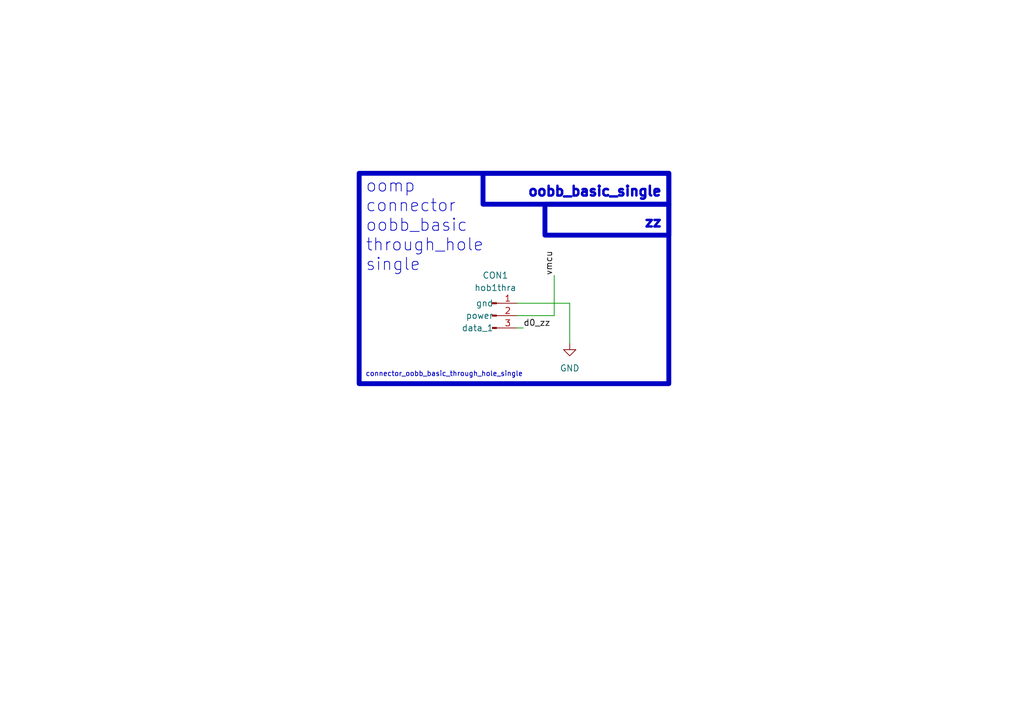
<source format=kicad_sch>
(kicad_sch (version 20230121) (generator eeschema)
  (paper "A5")
  (lib_symbols
    (symbol "oomlout_oomp_part_symbols:hob1thra_electronic_header_oobb_basic_single_through_hole_right_angle" (pin_names (offset 1.016))
      (property "Reference" "J" (at 0 5.08 0))
      (property "Value" "hob1thra_electronic_header_oobb_basic_single_through_hole_right_angle" (at 0 -5.08 0))
      (symbol "hob1thra_electronic_header_oobb_basic_single_through_hole_right_angle_1_1"
        (polyline (pts (xy 1.27 -2.54) (xy 0.8636 -2.54)) (stroke (width 0.1524)))
        (polyline (pts (xy 1.27 0) (xy 0.8636 0)) (stroke (width 0.1524)))
        (polyline (pts (xy 1.27 2.54) (xy 0.8636 2.54)) (stroke (width 0.1524)))
        (rectangle (start 0.8636 -2.413) (end 0 -2.667) (stroke (width 0.1524)) (fill (type outline)))
        (rectangle (start 0.8636 0.127) (end 0 -0.127) (stroke (width 0.1524)) (fill (type outline)))
        (rectangle (start 0.8636 2.667) (end 0 2.413) (stroke (width 0.1524)) (fill (type outline)))
        (pin passive line (at 5.08 2.54 180) (length 3.81) (name "gnd") (number "1"))
        (pin passive line (at 5.08 0 180) (length 3.81) (name "power") (number "2"))
        (pin passive line (at 5.08 -2.54 180) (length 3.81) (name "data_1") (number "3"))
      )
    )
    (symbol "power:GND" (power) (pin_names (offset 0))
      (property "Value" "GND" (at 0 -3.81 0))
      (symbol "GND_0_1"
        (polyline (pts (xy 0 0) (xy 0 -1.27) (xy 1.27 -1.27) (xy 0 -2.54) (xy -1.27 -1.27) (xy 0 -1.27)))
      )
      (symbol "GND_1_1"
        (pin power_in line (at 0 0 270) (length 0) hide (name "GND") (number "1"))
      )
    )
  )
  (wire (pts (xy 116.84 70.485) (xy 116.84 62.23)))
  (wire (pts (xy 113.665 64.77) (xy 113.665 56.515)))
  (wire (pts (xy 106.045 64.77) (xy 113.665 64.77)))
  (wire (pts (xy 106.045 67.31) (xy 107.315 67.31)))
  (wire (pts (xy 116.84 62.23) (xy 106.045 62.23)))
  (rectangle (start 111.76 41.91) (end 137.16 48.26) (stroke (width 1)))
  (rectangle (start 99.06 35.56) (end 137.16 41.91) (stroke (width 1)))
  (rectangle (start 73.66 35.56) (end 137.16 78.74) (stroke (width 1)))
  (text "oomp\nconnector\noobb_basic\nthrough_hole\nsingle" (at 74.93 55.88 0) (effects (font (size 2.5 2.5)) (justify left bottom)))
  (text "connector_oobb_basic_through_hole_single" (at 74.93 77.47 0) (effects (font (size 1 1)) (justify left bottom)))
  (text "oobb_basic_single" (at 135.89 40.64 0) (effects (font (size 2 2) (thickness 0.8) bold) (justify right bottom)))
  (text "zz" (at 135.89 46.99 0) (effects (font (size 2 2) (thickness 0.8) bold) (justify right bottom)))
  (label "vmcu" (at 113.665 56.515 90))
  (label "d0_zz" (at 107.315 67.31 0))
  (symbol (lib_id "oomlout_oomp_part_symbols:hob1thra_electronic_header_oobb_basic_single_through_hole_right_angle") (at 100.965 64.77 0) (unit 1)
    (property "Reference" "CON1" (at 101.6 56.515 0))
    (property "Value" "hob1thra" (at 101.6 59.055 0))
    (property "Footprint" "oomlout_oomp_part_footprints:hob1thra_electronic_header_oobb_basic_single_through_hole_right_angle" (effects hide))
    (property "Datasheet" "https://github.com/oomlout/oomlout_oomp_v3/parts/electronic_header_oobb_basic_single_through_hole_right_angle/datasheet.pdf" (effects hide))
  )
  (symbol (lib_id "power:GND") (at 116.84 70.485 0) (unit 1)
    (property "Reference" "#PWR03" (effects hide))
    (property "Value" "GND" (at 116.84 75.565 0))
  )
)
</source>
